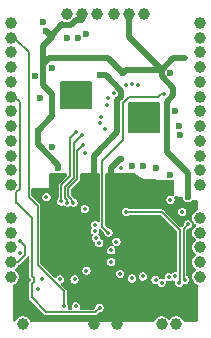
<source format=gbr>
G04 #@! TF.GenerationSoftware,KiCad,Pcbnew,9.0.4*
G04 #@! TF.CreationDate,2025-09-23T15:48:17-04:00*
G04 #@! TF.ProjectId,ESC Module,45534320-4d6f-4647-956c-652e6b696361,rev?*
G04 #@! TF.SameCoordinates,Original*
G04 #@! TF.FileFunction,Copper,L2,Inr*
G04 #@! TF.FilePolarity,Positive*
%FSLAX46Y46*%
G04 Gerber Fmt 4.6, Leading zero omitted, Abs format (unit mm)*
G04 Created by KiCad (PCBNEW 9.0.4) date 2025-09-23 15:48:17*
%MOMM*%
%LPD*%
G01*
G04 APERTURE LIST*
G04 #@! TA.AperFunction,Conductor*
%ADD10C,0.200000*%
G04 #@! TD*
G04 #@! TA.AperFunction,ComponentPad*
%ADD11C,1.000000*%
G04 #@! TD*
G04 #@! TA.AperFunction,ViaPad*
%ADD12C,0.350000*%
G04 #@! TD*
G04 #@! TA.AperFunction,ViaPad*
%ADD13C,0.600000*%
G04 #@! TD*
G04 #@! TA.AperFunction,Conductor*
%ADD14C,0.500000*%
G04 #@! TD*
G04 #@! TA.AperFunction,Conductor*
%ADD15C,0.152400*%
G04 #@! TD*
G04 APERTURE END LIST*
G04 #@! TO.N,GND*
D10*
X130000000Y-88250000D02*
X132500000Y-88250000D01*
X132500000Y-90750000D01*
X130000000Y-90750000D01*
X130000000Y-88250000D01*
G04 #@! TA.AperFunction,Conductor*
G36*
X130000000Y-88250000D02*
G01*
X132500000Y-88250000D01*
X132500000Y-90750000D01*
X130000000Y-90750000D01*
X130000000Y-88250000D01*
G37*
G04 #@! TD.AperFunction*
X124250000Y-86500000D02*
X126750000Y-86500000D01*
X126750000Y-88750000D01*
X124250000Y-88750000D01*
X124250000Y-86500000D01*
G04 #@! TA.AperFunction,Conductor*
G36*
X124250000Y-86500000D02*
G01*
X126750000Y-86500000D01*
X126750000Y-88750000D01*
X124250000Y-88750000D01*
X124250000Y-86500000D01*
G37*
G04 #@! TD.AperFunction*
G04 #@! TD*
D11*
G04 #@! TO.N,Net-(R102-Pad2)*
G04 #@! TO.C,U7*
X120000000Y-86500000D03*
G04 #@! TD*
G04 #@! TO.N,Net-(R110-Pad2)*
G04 #@! TO.C,U14*
X136000000Y-87750000D03*
G04 #@! TD*
G04 #@! TO.N,/ESC/VS1*
G04 #@! TO.C,U105*
X120000000Y-92750000D03*
G04 #@! TD*
G04 #@! TO.N,/ESC1/VS2*
G04 #@! TO.C,U108*
X136000000Y-89000000D03*
G04 #@! TD*
G04 #@! TO.N,/ESC/TELEMETRY_TX*
G04 #@! TO.C,U121*
X120000000Y-101750000D03*
G04 #@! TD*
G04 #@! TO.N,Vdrive*
G04 #@! TO.C,U18*
X126000000Y-80750000D03*
G04 #@! TD*
G04 #@! TO.N,/ESC1/NRST*
G04 #@! TO.C,U111*
X136000000Y-98000000D03*
G04 #@! TD*
G04 #@! TO.N,/ESC/VS3*
G04 #@! TO.C,U110*
X120000000Y-82750000D03*
G04 #@! TD*
G04 #@! TO.N,Net-(R112-Pad2)*
G04 #@! TO.C,U16*
X136000000Y-92750000D03*
G04 #@! TD*
G04 #@! TO.N,Net-(R103-Pad2)*
G04 #@! TO.C,U5*
X120000000Y-91500000D03*
G04 #@! TD*
G04 #@! TO.N,Net-(R111-Pad2)*
G04 #@! TO.C,U15*
X136000000Y-95250000D03*
G04 #@! TD*
G04 #@! TO.N,/ESC/SWDIO*
G04 #@! TO.C,U202*
X120000000Y-98000000D03*
G04 #@! TD*
G04 #@! TO.N,GND*
G04 #@! TO.C,U22*
X120000000Y-90250000D03*
G04 #@! TD*
G04 #@! TO.N,GND*
G04 #@! TO.C,U116*
X124750000Y-80750000D03*
G04 #@! TD*
G04 #@! TO.N,GND*
G04 #@! TO.C,U118*
X129000000Y-107000000D03*
G04 #@! TD*
G04 #@! TO.N,/ESC/TELEMETRY_RX*
G04 #@! TO.C,U122*
X120000000Y-103000000D03*
G04 #@! TD*
G04 #@! TO.N,GND*
G04 #@! TO.C,U114*
X136000000Y-91500000D03*
G04 #@! TD*
G04 #@! TO.N,VDD*
G04 #@! TO.C,U103*
X128750000Y-80750000D03*
G04 #@! TD*
G04 #@! TO.N,Net-(R108-Pad2)*
G04 #@! TO.C,U12*
X136000000Y-82750000D03*
G04 #@! TD*
G04 #@! TO.N,Net-(R105-Pad2)*
G04 #@! TO.C,U9*
X120000000Y-81500000D03*
G04 #@! TD*
G04 #@! TO.N,/ESC/VS2*
G04 #@! TO.C,U106*
X120000000Y-87750000D03*
G04 #@! TD*
G04 #@! TO.N,GND*
G04 #@! TO.C,U19*
X131250000Y-80750000D03*
G04 #@! TD*
G04 #@! TO.N,Net-(R109-Pad2)*
G04 #@! TO.C,U13*
X136000000Y-90250000D03*
G04 #@! TD*
G04 #@! TO.N,GND*
G04 #@! TO.C,U20*
X120000000Y-95250000D03*
G04 #@! TD*
G04 #@! TO.N,/ESC/PWM*
G04 #@! TO.C,U3*
X132750000Y-107000000D03*
G04 #@! TD*
G04 #@! TO.N,GND*
G04 #@! TO.C,U113*
X136000000Y-81500000D03*
G04 #@! TD*
G04 #@! TO.N,Net-(R106-Pad2)*
G04 #@! TO.C,U10*
X120000000Y-84000000D03*
G04 #@! TD*
G04 #@! TO.N,GND*
G04 #@! TO.C,U115*
X136000000Y-86500000D03*
G04 #@! TD*
G04 #@! TO.N,Vdrive*
G04 #@! TO.C,U101*
X130000000Y-80750000D03*
G04 #@! TD*
G04 #@! TO.N,Net-(R104-Pad2)*
G04 #@! TO.C,U8*
X120000000Y-89000000D03*
G04 #@! TD*
G04 #@! TO.N,/ESC/SWCLK*
G04 #@! TO.C,U201*
X120000000Y-99250000D03*
G04 #@! TD*
G04 #@! TO.N,/ESC1/TELEMETRY_TX*
G04 #@! TO.C,U119*
X136000000Y-100500000D03*
G04 #@! TD*
G04 #@! TO.N,GND*
G04 #@! TO.C,U117*
X127000000Y-107000000D03*
G04 #@! TD*
G04 #@! TO.N,/ESC1/SWDIO*
G04 #@! TO.C,U304*
X136000000Y-103000000D03*
G04 #@! TD*
G04 #@! TO.N,Net-(R107-Pad2)*
G04 #@! TO.C,U11*
X136000000Y-85250000D03*
G04 #@! TD*
G04 #@! TO.N,+3V3*
G04 #@! TO.C,U102*
X121000000Y-107000000D03*
G04 #@! TD*
G04 #@! TO.N,/ESC1/VS1*
G04 #@! TO.C,U107*
X136000000Y-84000000D03*
G04 #@! TD*
G04 #@! TO.N,VDD*
G04 #@! TO.C,U104*
X127250000Y-80750000D03*
G04 #@! TD*
G04 #@! TO.N,GND*
G04 #@! TO.C,U21*
X120000000Y-85250000D03*
G04 #@! TD*
G04 #@! TO.N,/ESC1/PWM*
G04 #@! TO.C,U4*
X134000000Y-107000000D03*
G04 #@! TD*
G04 #@! TO.N,/ESC1/TELEMETRY_RX*
G04 #@! TO.C,U120*
X136000000Y-99250000D03*
G04 #@! TD*
G04 #@! TO.N,/ESC1/VS3*
G04 #@! TO.C,U109*
X136000000Y-94000000D03*
G04 #@! TD*
G04 #@! TO.N,/ESC1/SWCLK*
G04 #@! TO.C,U303*
X136000000Y-101750000D03*
G04 #@! TD*
G04 #@! TO.N,/ESC/NRST*
G04 #@! TO.C,U112*
X120000000Y-100500000D03*
G04 #@! TD*
G04 #@! TO.N,Net-(R101-Pad2)*
G04 #@! TO.C,U6*
X120000000Y-94000000D03*
G04 #@! TD*
D12*
G04 #@! TO.N,GND*
X131750000Y-88750000D03*
X131750000Y-89500000D03*
X131750000Y-90250000D03*
X124500000Y-88250000D03*
X124500000Y-87500000D03*
X124500000Y-86750000D03*
X125000000Y-86750000D03*
X125000000Y-87500000D03*
X125000000Y-88250000D03*
X126500000Y-88250000D03*
X125500000Y-88250000D03*
X126000000Y-88250000D03*
X126500000Y-87500000D03*
X126000000Y-87500000D03*
X126500000Y-86750000D03*
X126000000Y-86750000D03*
X121500000Y-103250000D03*
X128500000Y-106250000D03*
X126500000Y-106500000D03*
X129250000Y-106250000D03*
X130750000Y-100750000D03*
X131500000Y-98750000D03*
X128580123Y-102397267D03*
X132250000Y-99750000D03*
D13*
X127500000Y-85925000D03*
D12*
X130750000Y-106250000D03*
X124250000Y-106500000D03*
X123750000Y-98750000D03*
D13*
X129278600Y-93000000D03*
D12*
X132250000Y-100750000D03*
X125250000Y-100750000D03*
X130750000Y-88750000D03*
X131250000Y-90250000D03*
X131500000Y-100750000D03*
X130750000Y-98750000D03*
X129547673Y-96952945D03*
X123750000Y-100750000D03*
X124000000Y-94500000D03*
X125250000Y-99750000D03*
X126250000Y-103000000D03*
X124500000Y-100750000D03*
X130750000Y-90250000D03*
X125500000Y-86750000D03*
X131250000Y-88750000D03*
X120500000Y-106000000D03*
X133000000Y-99750000D03*
X123000000Y-100750000D03*
X129906995Y-94980566D03*
X131250000Y-89500000D03*
X131500000Y-99750000D03*
X135000000Y-106250000D03*
X121000000Y-105750000D03*
X123000000Y-99750000D03*
X124500000Y-99750000D03*
X125500000Y-87500000D03*
X131500000Y-106250000D03*
X130000000Y-105750000D03*
X123750000Y-99750000D03*
X125000000Y-106500000D03*
X124500000Y-98750000D03*
X123500000Y-95000000D03*
X135000000Y-105750000D03*
X132250000Y-98750000D03*
X123000000Y-98750000D03*
X130750000Y-99750000D03*
X133000000Y-100750000D03*
X123500000Y-96500000D03*
X130750000Y-89500000D03*
X126500000Y-105500000D03*
X122750000Y-106500000D03*
X135500000Y-96750000D03*
X125250000Y-98750000D03*
X130000000Y-106250000D03*
X131500000Y-105750000D03*
X130750000Y-105750000D03*
X129250000Y-105750000D03*
X125750000Y-106500000D03*
X133500000Y-95500000D03*
X123500000Y-106500000D03*
X128500000Y-105750000D03*
X133000000Y-98750000D03*
G04 #@! TO.N,+3V3*
X134500000Y-97500000D03*
X124141995Y-103219873D03*
X126250000Y-97250000D03*
X129250000Y-102750000D03*
X122250000Y-104000000D03*
G04 #@! TO.N,/ESC/VS1*
X127485027Y-100139912D03*
X123000000Y-96250000D03*
G04 #@! TO.N,/ESC/VS2*
X127500000Y-105625000D03*
G04 #@! TO.N,/ESC/VS3*
X124500000Y-105500000D03*
D13*
G04 #@! TO.N,/ESC1/VS1*
X133500462Y-85750462D03*
D12*
X133000000Y-87500000D03*
X128250000Y-99250000D03*
G04 #@! TO.N,/ESC1/VS2*
X129352387Y-93750000D03*
D13*
G04 #@! TO.N,/ESC1/VS3*
X133491320Y-94365123D03*
X134352400Y-91006523D03*
G04 #@! TO.N,Vdrive*
X129487600Y-85750000D03*
D12*
X134750000Y-84500000D03*
D13*
X122250000Y-90675000D03*
X124000000Y-93750000D03*
X135000000Y-96250000D03*
X123000000Y-82175000D03*
D12*
G04 #@! TO.N,/ESC/COMP*
X125391995Y-103219873D03*
X125500000Y-105500000D03*
G04 #@! TO.N,/ESC1/BOOT0*
X134750000Y-103250000D03*
X134986995Y-98564873D03*
D13*
G04 #@! TO.N,/ESC/HO2*
X122028600Y-86000000D03*
X122471155Y-87850001D03*
G04 #@! TO.N,/ESC/HO3*
X123503663Y-85287256D03*
X122738680Y-81469436D03*
G04 #@! TO.N,/ESC1/HO2*
X133893181Y-88991138D03*
X134230278Y-90234123D03*
D12*
G04 #@! TO.N,/ESC/GATE_CH*
X126125000Y-91875000D03*
X125296995Y-96719873D03*
G04 #@! TO.N,/ESC/GATE_AH*
X125500000Y-90750000D03*
X124257184Y-96616911D03*
G04 #@! TO.N,/ESC/GATE_AL*
X127141995Y-98599870D03*
X126250000Y-92500000D03*
G04 #@! TO.N,/ESC/GATE_BH*
X126000000Y-91000000D03*
X124771992Y-96719873D03*
G04 #@! TO.N,/ESC/GATE_BL*
X128103558Y-88455413D03*
X127141995Y-99124873D03*
G04 #@! TO.N,/ESC/GATE_CL*
X127191084Y-99704912D03*
X128250000Y-87875000D03*
G04 #@! TO.N,/ESC/NRST*
X122641995Y-103219873D03*
G04 #@! TO.N,VDD*
X128000000Y-90500000D03*
G04 #@! TO.N,/ESC1/NRST*
X133500000Y-96469873D03*
G04 #@! TO.N,/ESC1/GATE_AL*
X128717995Y-87477531D03*
X128500000Y-101750000D03*
G04 #@! TO.N,/ESC1/GATE_AH*
X132250000Y-103250000D03*
X130780186Y-86774008D03*
G04 #@! TO.N,/ESC1/SWDIO*
X133355527Y-103035534D03*
G04 #@! TO.N,/ESC1/GATE_BH*
X130267442Y-86661220D03*
X131166998Y-102969873D03*
G04 #@! TO.N,/ESC1/GATE_BL*
X128500000Y-100750000D03*
X127666166Y-89440004D03*
G04 #@! TO.N,/ESC1/GATE_CH*
X129750000Y-86750000D03*
X130250000Y-103140447D03*
G04 #@! TO.N,/ESC1/SWCLK*
X133891995Y-102969873D03*
G04 #@! TO.N,/ESC1/GATE_CL*
X127554896Y-89953080D03*
X128927200Y-100029668D03*
G04 #@! TO.N,Net-(U203-PA2)*
X132750000Y-103500000D03*
X126391995Y-102469873D03*
G04 #@! TO.N,Net-(U305-PA2)*
X129750000Y-97500000D03*
X134250000Y-103500000D03*
D13*
G04 #@! TO.N,Net-(R101-Pad2)*
X124750000Y-82750000D03*
G04 #@! TO.N,Net-(R103-Pad2)*
X123500000Y-92000000D03*
G04 #@! TO.N,Net-(R104-Pad2)*
X125698341Y-82774468D03*
G04 #@! TO.N,Net-(R106-Pad2)*
X126378328Y-82452400D03*
G04 #@! TO.N,Net-(R108-Pad2)*
X132240800Y-93749493D03*
G04 #@! TO.N,Net-(R110-Pad2)*
X131221088Y-93628320D03*
G04 #@! TO.N,Net-(R112-Pad2)*
X130221339Y-93630016D03*
D12*
G04 #@! TO.N,/ESC/TELEMETRY_TX*
X120750000Y-100000000D03*
G04 #@! TO.N,/ESC/TELEMETRY_RX*
X120750000Y-101000000D03*
G04 #@! TD*
D14*
G04 #@! TO.N,GND*
X129318995Y-87228588D02*
X129318995Y-87752749D01*
X127500000Y-85925000D02*
X128015407Y-85925000D01*
X128015407Y-85925000D02*
X129318995Y-87228588D01*
X129000000Y-90750000D02*
X127000000Y-92750000D01*
X127000000Y-92750000D02*
X127000000Y-94750000D01*
X128500000Y-93752444D02*
X128500000Y-95500000D01*
X129000000Y-88071744D02*
X129000000Y-90750000D01*
X129252444Y-93000000D02*
X128500000Y-93752444D01*
X129318995Y-87752749D02*
X129000000Y-88071744D01*
X129278600Y-93000000D02*
X129252444Y-93000000D01*
D15*
G04 #@! TO.N,/ESC/VS2*
X120729600Y-88202400D02*
X120729600Y-95552211D01*
X127125000Y-106000000D02*
X127500000Y-105625000D01*
X120500000Y-96750000D02*
X121750000Y-98000000D01*
X123000000Y-106000000D02*
X127125000Y-106000000D01*
X121750000Y-102895847D02*
X121927200Y-103073047D01*
X121927200Y-103073047D02*
X121927200Y-103426953D01*
X120729600Y-95552211D02*
X120464795Y-95817016D01*
X120464795Y-95817016D02*
X120464795Y-96750000D01*
X121750000Y-104750000D02*
X123000000Y-106000000D01*
X120464795Y-96750000D02*
X120500000Y-96750000D01*
X121750000Y-98000000D02*
X121750000Y-102895847D01*
X120277200Y-87750000D02*
X120729600Y-88202400D01*
X121927200Y-103426953D02*
X121750000Y-103604153D01*
X121750000Y-103604153D02*
X121750000Y-104750000D01*
G04 #@! TO.N,/ESC/VS3*
X121500000Y-96224997D02*
X121500000Y-83972800D01*
X122250000Y-96974997D02*
X121500000Y-96224997D01*
X122250000Y-101973725D02*
X122250000Y-96974997D01*
X124500000Y-105500000D02*
X124500000Y-104223725D01*
X124500000Y-104223725D02*
X122250000Y-101973725D01*
X121500000Y-83972800D02*
X120277200Y-82750000D01*
G04 #@! TO.N,/ESC1/VS1*
X132742729Y-87492729D02*
X132485458Y-87750000D01*
X127750000Y-93182466D02*
X127750000Y-98750000D01*
X132750000Y-87500000D02*
X132742729Y-87492729D01*
X133000000Y-87500000D02*
X132750000Y-87500000D01*
X129500000Y-88250000D02*
X129500000Y-91432466D01*
X130000000Y-87750000D02*
X129500000Y-88250000D01*
X127750000Y-98750000D02*
X128250000Y-99250000D01*
X132485458Y-87750000D02*
X130000000Y-87750000D01*
X129500000Y-91432466D02*
X127750000Y-93182466D01*
D14*
G04 #@! TO.N,Vdrive*
X125527601Y-81250000D02*
X125124201Y-81653400D01*
X122250000Y-91750000D02*
X122250000Y-90675000D01*
X130000000Y-81250000D02*
X130000000Y-82737600D01*
X124375799Y-81653400D02*
X124361199Y-81638801D01*
X123500000Y-89425000D02*
X123500000Y-87500000D01*
X123500000Y-82500000D02*
X123500000Y-82675000D01*
X132750000Y-85994758D02*
X132750000Y-85487600D01*
X133189781Y-88160162D02*
X133750000Y-87599943D01*
X135000000Y-96250000D02*
X135000000Y-94250000D01*
X128237600Y-84500000D02*
X123250000Y-84500000D01*
X133737600Y-84500000D02*
X134750000Y-84500000D01*
X133189781Y-92439781D02*
X133189781Y-88160162D01*
X129750000Y-85487600D02*
X129487600Y-85750000D01*
X123250000Y-84500000D02*
X122750000Y-85000000D01*
X122750000Y-85000000D02*
X122750000Y-86750000D01*
X122750000Y-85000000D02*
X122750000Y-83425000D01*
X125124201Y-81653400D02*
X124375799Y-81653400D01*
X123500000Y-82675000D02*
X123000000Y-82175000D01*
X135000000Y-94250000D02*
X133189781Y-92439781D01*
X132750000Y-85487600D02*
X129750000Y-85487600D01*
X132750000Y-85487600D02*
X133737600Y-84500000D01*
X124000000Y-93500000D02*
X122250000Y-91750000D01*
X133750000Y-87599943D02*
X133750000Y-86994758D01*
X124000000Y-93750000D02*
X124000000Y-93500000D01*
X129487600Y-85750000D02*
X128237600Y-84500000D01*
X133750000Y-86994758D02*
X132750000Y-85994758D01*
X122750000Y-86750000D02*
X123500000Y-87500000D01*
X122250000Y-90675000D02*
X123500000Y-89425000D01*
X124361199Y-81638801D02*
X123500000Y-82500000D01*
X126000000Y-81250000D02*
X125527601Y-81250000D01*
X122750000Y-83425000D02*
X123500000Y-82675000D01*
X130000000Y-82737600D02*
X132750000Y-85487600D01*
D15*
G04 #@! TO.N,/ESC1/BOOT0*
X134624995Y-103124995D02*
X134750000Y-103250000D01*
X134624995Y-98926873D02*
X134624995Y-103124995D01*
X134986995Y-98564873D02*
X134624995Y-98926873D01*
G04 #@! TO.N,/ESC/GATE_CH*
X124868784Y-96186317D02*
X125077792Y-96395326D01*
X125199192Y-96542920D02*
X125199192Y-96622070D01*
X124868784Y-95496148D02*
X124868784Y-96186317D01*
X126125000Y-91875000D02*
X125611600Y-92388400D01*
X125611600Y-94753332D02*
X124868784Y-95496148D01*
X125077792Y-96421520D02*
X125199192Y-96542920D01*
X125077792Y-96395326D02*
X125077792Y-96421520D01*
X125199192Y-96622070D02*
X125296995Y-96719873D01*
X125611600Y-92388400D02*
X125611600Y-94753332D01*
G04 #@! TO.N,/ESC/GATE_AH*
X125000000Y-94500000D02*
X125000000Y-91250000D01*
X125000000Y-94500000D02*
X124257184Y-95242816D01*
X124257184Y-95242816D02*
X124257184Y-96616911D01*
X125000000Y-91250000D02*
X125500000Y-90750000D01*
G04 #@! TO.N,/ESC/GATE_BH*
X124562984Y-96312984D02*
X124771992Y-96521992D01*
X124771992Y-96521992D02*
X124771992Y-96719873D01*
X125305800Y-91694200D02*
X125305800Y-94626666D01*
X126000000Y-91000000D02*
X125305800Y-91694200D01*
X125305800Y-94626666D02*
X124562984Y-95369482D01*
X124562984Y-95369482D02*
X124562984Y-96312984D01*
G04 #@! TO.N,Net-(U305-PA2)*
X132750000Y-97500000D02*
X129750000Y-97500000D01*
X134250000Y-103500000D02*
X134319195Y-103430805D01*
X134319195Y-103430805D02*
X134319195Y-99069195D01*
X134319195Y-99069195D02*
X132750000Y-97500000D01*
G04 #@! TO.N,/ESC/TELEMETRY_TX*
X120750000Y-100000000D02*
X121177200Y-100427200D01*
X120604153Y-101750000D02*
X120277200Y-101750000D01*
X121177200Y-100427200D02*
X121177200Y-101176953D01*
X121177200Y-101176953D02*
X120604153Y-101750000D01*
G04 #@! TD*
G04 #@! TA.AperFunction,Conductor*
G04 #@! TO.N,GND*
G36*
X124744038Y-94267593D02*
G01*
X124769758Y-94312142D01*
X124770900Y-94325200D01*
X124770900Y-94373954D01*
X124753307Y-94422292D01*
X124748874Y-94427128D01*
X124062963Y-95113038D01*
X124038299Y-95172580D01*
X124038299Y-95172582D01*
X124032868Y-95185695D01*
X124028084Y-95197246D01*
X124028084Y-96319181D01*
X124010491Y-96367519D01*
X124006058Y-96372355D01*
X123976718Y-96401694D01*
X123930569Y-96481624D01*
X123924398Y-96504656D01*
X123906684Y-96570767D01*
X123906684Y-96663055D01*
X123930570Y-96752199D01*
X123976715Y-96832123D01*
X123976716Y-96832124D01*
X123976718Y-96832127D01*
X124041967Y-96897376D01*
X124041969Y-96897377D01*
X124041972Y-96897380D01*
X124121896Y-96943525D01*
X124211040Y-96967411D01*
X124211043Y-96967411D01*
X124303325Y-96967411D01*
X124303328Y-96967411D01*
X124392472Y-96943525D01*
X124410645Y-96933032D01*
X124461299Y-96924098D01*
X124501419Y-96944982D01*
X124556775Y-97000338D01*
X124556777Y-97000339D01*
X124556780Y-97000342D01*
X124636704Y-97046487D01*
X124725848Y-97070373D01*
X124725851Y-97070373D01*
X124818133Y-97070373D01*
X124818136Y-97070373D01*
X124907280Y-97046487D01*
X124987204Y-97000342D01*
X124987210Y-97000335D01*
X124988707Y-96999188D01*
X124989796Y-96998844D01*
X124991472Y-96997877D01*
X124991686Y-96998248D01*
X125037764Y-96983713D01*
X125077370Y-96998127D01*
X125077515Y-96997877D01*
X125078934Y-96998696D01*
X125080274Y-96999184D01*
X125081778Y-97000338D01*
X125081780Y-97000339D01*
X125081783Y-97000342D01*
X125161707Y-97046487D01*
X125250851Y-97070373D01*
X125250854Y-97070373D01*
X125343136Y-97070373D01*
X125343139Y-97070373D01*
X125432283Y-97046487D01*
X125512207Y-97000342D01*
X125577464Y-96935085D01*
X125623609Y-96855161D01*
X125647495Y-96766017D01*
X125647495Y-96673729D01*
X125623609Y-96584585D01*
X125577464Y-96504661D01*
X125577461Y-96504658D01*
X125577460Y-96504656D01*
X125512211Y-96439407D01*
X125512208Y-96439405D01*
X125512207Y-96439404D01*
X125432283Y-96393259D01*
X125432280Y-96393258D01*
X125432275Y-96393256D01*
X125371482Y-96376966D01*
X125364530Y-96372952D01*
X125359165Y-96372483D01*
X125337772Y-96357503D01*
X125301113Y-96320844D01*
X125284810Y-96296444D01*
X125281732Y-96289013D01*
X125279354Y-96283273D01*
X125272014Y-96265552D01*
X125196837Y-96190375D01*
X125119909Y-96113446D01*
X125098170Y-96066826D01*
X125097884Y-96060272D01*
X125097884Y-95622192D01*
X125115477Y-95573854D01*
X125119910Y-95569018D01*
X125805821Y-94883107D01*
X125817146Y-94855766D01*
X125840700Y-94798903D01*
X125840700Y-94325200D01*
X125858293Y-94276862D01*
X125902842Y-94251142D01*
X125915900Y-94250000D01*
X127445700Y-94250000D01*
X127494038Y-94267593D01*
X127519758Y-94312142D01*
X127520900Y-94325200D01*
X127520900Y-98301545D01*
X127503307Y-98349883D01*
X127458758Y-98375603D01*
X127408100Y-98366670D01*
X127392526Y-98354719D01*
X127357211Y-98319404D01*
X127357208Y-98319402D01*
X127357207Y-98319401D01*
X127277283Y-98273256D01*
X127277282Y-98273255D01*
X127277281Y-98273255D01*
X127244651Y-98264512D01*
X127188139Y-98249370D01*
X127095851Y-98249370D01*
X127049197Y-98261870D01*
X127006708Y-98273255D01*
X126926778Y-98319404D01*
X126861529Y-98384653D01*
X126815380Y-98464583D01*
X126803979Y-98507135D01*
X126791495Y-98553726D01*
X126791495Y-98646014D01*
X126815381Y-98735158D01*
X126861526Y-98815082D01*
X126861527Y-98815083D01*
X126861529Y-98815086D01*
X126862689Y-98816598D01*
X126863033Y-98817692D01*
X126863991Y-98819350D01*
X126863623Y-98819562D01*
X126878152Y-98865659D01*
X126863742Y-98905248D01*
X126863990Y-98905392D01*
X126863178Y-98906797D01*
X126862688Y-98908145D01*
X126861526Y-98909659D01*
X126815381Y-98989583D01*
X126815381Y-98989585D01*
X126791495Y-99078729D01*
X126791495Y-99171017D01*
X126815381Y-99260161D01*
X126861526Y-99340085D01*
X126861527Y-99340086D01*
X126861529Y-99340089D01*
X126907702Y-99386262D01*
X126929442Y-99432882D01*
X126916128Y-99482569D01*
X126913504Y-99485700D01*
X126913617Y-99485787D01*
X126910619Y-99489694D01*
X126910616Y-99489698D01*
X126910615Y-99489700D01*
X126887079Y-99530465D01*
X126864469Y-99569625D01*
X126856197Y-99600500D01*
X126840584Y-99658768D01*
X126840584Y-99751056D01*
X126855610Y-99807135D01*
X126861359Y-99828592D01*
X126864470Y-99840200D01*
X126910615Y-99920124D01*
X126910616Y-99920125D01*
X126910618Y-99920128D01*
X126975867Y-99985377D01*
X126975869Y-99985378D01*
X126975872Y-99985381D01*
X127055796Y-100031526D01*
X127078790Y-100037687D01*
X127120927Y-100067192D01*
X127134527Y-100110325D01*
X127134527Y-100186056D01*
X127158413Y-100275200D01*
X127204558Y-100355124D01*
X127204559Y-100355125D01*
X127204561Y-100355128D01*
X127269810Y-100420377D01*
X127269812Y-100420378D01*
X127269815Y-100420381D01*
X127349739Y-100466526D01*
X127438883Y-100490412D01*
X127438886Y-100490412D01*
X127531168Y-100490412D01*
X127531171Y-100490412D01*
X127620315Y-100466526D01*
X127700239Y-100420381D01*
X127765496Y-100355124D01*
X127811641Y-100275200D01*
X127835527Y-100186056D01*
X127835527Y-100093768D01*
X127811641Y-100004624D01*
X127765496Y-99924700D01*
X127765493Y-99924697D01*
X127765492Y-99924695D01*
X127700243Y-99859446D01*
X127700240Y-99859444D01*
X127700239Y-99859443D01*
X127620315Y-99813298D01*
X127620312Y-99813297D01*
X127620308Y-99813295D01*
X127597319Y-99807135D01*
X127555183Y-99777629D01*
X127541584Y-99734498D01*
X127541584Y-99658770D01*
X127541584Y-99658768D01*
X127517698Y-99569624D01*
X127471553Y-99489700D01*
X127471550Y-99489697D01*
X127471549Y-99489695D01*
X127425375Y-99443521D01*
X127403635Y-99396901D01*
X127416949Y-99347214D01*
X127419578Y-99344086D01*
X127419462Y-99343997D01*
X127422457Y-99340091D01*
X127422464Y-99340085D01*
X127468609Y-99260161D01*
X127492495Y-99171017D01*
X127492495Y-99078729D01*
X127469146Y-98991590D01*
X127473630Y-98940349D01*
X127510003Y-98903976D01*
X127561247Y-98899492D01*
X127594958Y-98918955D01*
X127877474Y-99201470D01*
X127899214Y-99248091D01*
X127899500Y-99254645D01*
X127899500Y-99296144D01*
X127923386Y-99385288D01*
X127969531Y-99465212D01*
X127969532Y-99465213D01*
X127969534Y-99465216D01*
X128034783Y-99530465D01*
X128034785Y-99530466D01*
X128034788Y-99530469D01*
X128114712Y-99576614D01*
X128203856Y-99600500D01*
X128203859Y-99600500D01*
X128296141Y-99600500D01*
X128296144Y-99600500D01*
X128385288Y-99576614D01*
X128465212Y-99530469D01*
X128530469Y-99465212D01*
X128576614Y-99385288D01*
X128600500Y-99296144D01*
X128600500Y-99203856D01*
X128576614Y-99114712D01*
X128530469Y-99034788D01*
X128530466Y-99034785D01*
X128530465Y-99034783D01*
X128465216Y-98969534D01*
X128465213Y-98969532D01*
X128465212Y-98969531D01*
X128385288Y-98923386D01*
X128385287Y-98923385D01*
X128385286Y-98923385D01*
X128352656Y-98914642D01*
X128296144Y-98899500D01*
X128296141Y-98899500D01*
X128254645Y-98899500D01*
X128206307Y-98881907D01*
X128201470Y-98877474D01*
X128001125Y-98677128D01*
X127979386Y-98630508D01*
X127979100Y-98623954D01*
X127979100Y-97453856D01*
X129399500Y-97453856D01*
X129399500Y-97546144D01*
X129423386Y-97635288D01*
X129469531Y-97715212D01*
X129469532Y-97715213D01*
X129469534Y-97715216D01*
X129534783Y-97780465D01*
X129534785Y-97780466D01*
X129534788Y-97780469D01*
X129614712Y-97826614D01*
X129703856Y-97850500D01*
X129703859Y-97850500D01*
X129796141Y-97850500D01*
X129796144Y-97850500D01*
X129885288Y-97826614D01*
X129965212Y-97780469D01*
X129994555Y-97751125D01*
X130041174Y-97729386D01*
X130047729Y-97729100D01*
X132623955Y-97729100D01*
X132672293Y-97746693D01*
X132677129Y-97751126D01*
X134068069Y-99142065D01*
X134089809Y-99188685D01*
X134090095Y-99195239D01*
X134090095Y-102562087D01*
X134072502Y-102610425D01*
X134027953Y-102636145D01*
X133995433Y-102634725D01*
X133938139Y-102619373D01*
X133845851Y-102619373D01*
X133799197Y-102631873D01*
X133756708Y-102643258D01*
X133707789Y-102671501D01*
X133693896Y-102679524D01*
X133676780Y-102689406D01*
X133637142Y-102729044D01*
X133590521Y-102750783D01*
X133546368Y-102740994D01*
X133490815Y-102708920D01*
X133471923Y-102703858D01*
X133401671Y-102685034D01*
X133309383Y-102685034D01*
X133262729Y-102697534D01*
X133220240Y-102708919D01*
X133157195Y-102745319D01*
X133141024Y-102754656D01*
X133140310Y-102755068D01*
X133075061Y-102820317D01*
X133028912Y-102900247D01*
X133018420Y-102939407D01*
X133005027Y-102989390D01*
X133005027Y-102989392D01*
X133005027Y-103081677D01*
X133009023Y-103096593D01*
X133004538Y-103147837D01*
X132968164Y-103184209D01*
X132916920Y-103188691D01*
X132898789Y-103181181D01*
X132885288Y-103173386D01*
X132885287Y-103173385D01*
X132885286Y-103173385D01*
X132852656Y-103164642D01*
X132796144Y-103149500D01*
X132703856Y-103149500D01*
X132665994Y-103159644D01*
X132614750Y-103155159D01*
X132578378Y-103118785D01*
X132577056Y-103115780D01*
X132576615Y-103114717D01*
X132576614Y-103114712D01*
X132530469Y-103034788D01*
X132530466Y-103034785D01*
X132530465Y-103034783D01*
X132465216Y-102969534D01*
X132465213Y-102969532D01*
X132465212Y-102969531D01*
X132385288Y-102923386D01*
X132385287Y-102923385D01*
X132385286Y-102923385D01*
X132352656Y-102914642D01*
X132296144Y-102899500D01*
X132203856Y-102899500D01*
X132157202Y-102912000D01*
X132114713Y-102923385D01*
X132034783Y-102969534D01*
X131969534Y-103034783D01*
X131923385Y-103114713D01*
X131911182Y-103160258D01*
X131899500Y-103203856D01*
X131899500Y-103296144D01*
X131909123Y-103332056D01*
X131915313Y-103355161D01*
X131923386Y-103385288D01*
X131969531Y-103465212D01*
X131969532Y-103465213D01*
X131969534Y-103465216D01*
X132034783Y-103530465D01*
X132034785Y-103530466D01*
X132034788Y-103530469D01*
X132114712Y-103576614D01*
X132203856Y-103600500D01*
X132203859Y-103600500D01*
X132296141Y-103600500D01*
X132296144Y-103600500D01*
X132334005Y-103590355D01*
X132385247Y-103594839D01*
X132421620Y-103631212D01*
X132422941Y-103634213D01*
X132423385Y-103635285D01*
X132423386Y-103635288D01*
X132469531Y-103715212D01*
X132469532Y-103715213D01*
X132469534Y-103715216D01*
X132534783Y-103780465D01*
X132534785Y-103780466D01*
X132534788Y-103780469D01*
X132614712Y-103826614D01*
X132703856Y-103850500D01*
X132703859Y-103850500D01*
X132796141Y-103850500D01*
X132796144Y-103850500D01*
X132885288Y-103826614D01*
X132965212Y-103780469D01*
X133030469Y-103715212D01*
X133076614Y-103635288D01*
X133100500Y-103546144D01*
X133100500Y-103453856D01*
X133096503Y-103438939D01*
X133100987Y-103387698D01*
X133137360Y-103351325D01*
X133188604Y-103346841D01*
X133206737Y-103354352D01*
X133220239Y-103362148D01*
X133309383Y-103386034D01*
X133309386Y-103386034D01*
X133401668Y-103386034D01*
X133401671Y-103386034D01*
X133490815Y-103362148D01*
X133570739Y-103316003D01*
X133610379Y-103276362D01*
X133656998Y-103254623D01*
X133701151Y-103264411D01*
X133756707Y-103296487D01*
X133845851Y-103320373D01*
X133845861Y-103320373D01*
X133847199Y-103320550D01*
X133847925Y-103320928D01*
X133850612Y-103321648D01*
X133850452Y-103322243D01*
X133892828Y-103344299D01*
X133912516Y-103391822D01*
X133910026Y-103414568D01*
X133899500Y-103453856D01*
X133899500Y-103546144D01*
X133908195Y-103578593D01*
X133923100Y-103634223D01*
X133923386Y-103635288D01*
X133969531Y-103715212D01*
X133969532Y-103715213D01*
X133969534Y-103715216D01*
X134034783Y-103780465D01*
X134034785Y-103780466D01*
X134034788Y-103780469D01*
X134114712Y-103826614D01*
X134203856Y-103850500D01*
X134203859Y-103850500D01*
X134296141Y-103850500D01*
X134296144Y-103850500D01*
X134385288Y-103826614D01*
X134465212Y-103780469D01*
X134530469Y-103715212D01*
X134576614Y-103635288D01*
X134576616Y-103635277D01*
X134577054Y-103634223D01*
X134577524Y-103633708D01*
X134579078Y-103631019D01*
X134579674Y-103631363D01*
X134611802Y-103596294D01*
X134662801Y-103589574D01*
X134665975Y-103590350D01*
X134703856Y-103600500D01*
X134703859Y-103600500D01*
X134796141Y-103600500D01*
X134796144Y-103600500D01*
X134885288Y-103576614D01*
X134965212Y-103530469D01*
X135030469Y-103465212D01*
X135076614Y-103385288D01*
X135100500Y-103296144D01*
X135100500Y-103203856D01*
X135076614Y-103114712D01*
X135030469Y-103034788D01*
X135030466Y-103034785D01*
X135030465Y-103034783D01*
X134965216Y-102969534D01*
X134965213Y-102969532D01*
X134965212Y-102969531D01*
X134891693Y-102927084D01*
X134858630Y-102887679D01*
X134854095Y-102861960D01*
X134854095Y-99052918D01*
X134859710Y-99037490D01*
X134861141Y-99021137D01*
X134870555Y-99007692D01*
X134871688Y-99004580D01*
X134876121Y-98999744D01*
X134938466Y-98937399D01*
X134985086Y-98915659D01*
X134991640Y-98915373D01*
X135033136Y-98915373D01*
X135033139Y-98915373D01*
X135122283Y-98891487D01*
X135202207Y-98845342D01*
X135267464Y-98780085D01*
X135313609Y-98700161D01*
X135337495Y-98611017D01*
X135337495Y-98518729D01*
X135313609Y-98429585D01*
X135267464Y-98349661D01*
X135267461Y-98349658D01*
X135267460Y-98349656D01*
X135202211Y-98284407D01*
X135202208Y-98284405D01*
X135202207Y-98284404D01*
X135122283Y-98238259D01*
X135122282Y-98238258D01*
X135122281Y-98238258D01*
X135089651Y-98229515D01*
X135033139Y-98214373D01*
X134940851Y-98214373D01*
X134894197Y-98226873D01*
X134851708Y-98238258D01*
X134771778Y-98284407D01*
X134706529Y-98349656D01*
X134660380Y-98429586D01*
X134651003Y-98464583D01*
X134636495Y-98518729D01*
X134636495Y-98518731D01*
X134636495Y-98560228D01*
X134618902Y-98608566D01*
X134614479Y-98613391D01*
X134527712Y-98700159D01*
X134454107Y-98773764D01*
X134407487Y-98795503D01*
X134357800Y-98782189D01*
X134347759Y-98773763D01*
X133076099Y-97502101D01*
X133027854Y-97453856D01*
X134149500Y-97453856D01*
X134149500Y-97546144D01*
X134173386Y-97635288D01*
X134219531Y-97715212D01*
X134219532Y-97715213D01*
X134219534Y-97715216D01*
X134284783Y-97780465D01*
X134284785Y-97780466D01*
X134284788Y-97780469D01*
X134364712Y-97826614D01*
X134453856Y-97850500D01*
X134453859Y-97850500D01*
X134546141Y-97850500D01*
X134546144Y-97850500D01*
X134635288Y-97826614D01*
X134715212Y-97780469D01*
X134780469Y-97715212D01*
X134826614Y-97635288D01*
X134850500Y-97546144D01*
X134850500Y-97453856D01*
X134826614Y-97364712D01*
X134780469Y-97284788D01*
X134780466Y-97284785D01*
X134780465Y-97284783D01*
X134715216Y-97219534D01*
X134715213Y-97219532D01*
X134715212Y-97219531D01*
X134635288Y-97173386D01*
X134635287Y-97173385D01*
X134635286Y-97173385D01*
X134602656Y-97164642D01*
X134546144Y-97149500D01*
X134453856Y-97149500D01*
X134407202Y-97162000D01*
X134364713Y-97173385D01*
X134284783Y-97219534D01*
X134219534Y-97284783D01*
X134219531Y-97284787D01*
X134219531Y-97284788D01*
X134209785Y-97301668D01*
X134173385Y-97364713D01*
X134165114Y-97395583D01*
X134149500Y-97453856D01*
X133027854Y-97453856D01*
X132879780Y-97305782D01*
X132879777Y-97305780D01*
X132879775Y-97305778D01*
X132820233Y-97281115D01*
X132820232Y-97281114D01*
X132795573Y-97270900D01*
X132795571Y-97270900D01*
X130047729Y-97270900D01*
X129999391Y-97253307D01*
X129994565Y-97248884D01*
X129965212Y-97219531D01*
X129885288Y-97173386D01*
X129885287Y-97173385D01*
X129885286Y-97173385D01*
X129852656Y-97164642D01*
X129796144Y-97149500D01*
X129703856Y-97149500D01*
X129657202Y-97162000D01*
X129614713Y-97173385D01*
X129534783Y-97219534D01*
X129469534Y-97284783D01*
X129469531Y-97284787D01*
X129469531Y-97284788D01*
X129459785Y-97301668D01*
X129423385Y-97364713D01*
X129415114Y-97395583D01*
X129399500Y-97453856D01*
X127979100Y-97453856D01*
X127979100Y-94325200D01*
X127996693Y-94276862D01*
X128041242Y-94251142D01*
X128054300Y-94250000D01*
X130477232Y-94250000D01*
X130518945Y-94262630D01*
X131250000Y-94750000D01*
X133279265Y-94776724D01*
X133311786Y-94785669D01*
X133311951Y-94785272D01*
X133315135Y-94786591D01*
X133315876Y-94786794D01*
X133316507Y-94787159D01*
X133431695Y-94818023D01*
X133431698Y-94818023D01*
X133550943Y-94818023D01*
X133550945Y-94818023D01*
X133666133Y-94787159D01*
X133666135Y-94787157D01*
X133667978Y-94786664D01*
X133668323Y-94786383D01*
X133670121Y-94786090D01*
X133670895Y-94785883D01*
X133670915Y-94785960D01*
X133694097Y-94782187D01*
X133731338Y-94782678D01*
X133779437Y-94800904D01*
X133804569Y-94845787D01*
X133805529Y-94856288D01*
X133832227Y-96125140D01*
X133815655Y-96173837D01*
X133771657Y-96200488D01*
X133720822Y-96192624D01*
X133719444Y-96191847D01*
X133635288Y-96143259D01*
X133635284Y-96143258D01*
X133546144Y-96119373D01*
X133453856Y-96119373D01*
X133407202Y-96131873D01*
X133364713Y-96143258D01*
X133284783Y-96189407D01*
X133219534Y-96254656D01*
X133173385Y-96334586D01*
X133162030Y-96376966D01*
X133149500Y-96423729D01*
X133149500Y-96516017D01*
X133161859Y-96562142D01*
X133170744Y-96595303D01*
X133173386Y-96605161D01*
X133219531Y-96685085D01*
X133219532Y-96685086D01*
X133219534Y-96685089D01*
X133284783Y-96750338D01*
X133284785Y-96750339D01*
X133284788Y-96750342D01*
X133364712Y-96796487D01*
X133453856Y-96820373D01*
X133453859Y-96820373D01*
X133546141Y-96820373D01*
X133546144Y-96820373D01*
X133635288Y-96796487D01*
X133715212Y-96750342D01*
X133780469Y-96685085D01*
X133826614Y-96605161D01*
X133850500Y-96516017D01*
X133850500Y-96423729D01*
X133826614Y-96334585D01*
X133814577Y-96313737D01*
X133805644Y-96263082D01*
X133831363Y-96218533D01*
X133879700Y-96200938D01*
X133881908Y-96200970D01*
X134474180Y-96218917D01*
X134521960Y-96237966D01*
X134546319Y-96283273D01*
X134547100Y-96294082D01*
X134547100Y-96309625D01*
X134571771Y-96401699D01*
X134577964Y-96424813D01*
X134577964Y-96424814D01*
X134637589Y-96528087D01*
X134721912Y-96612410D01*
X134734882Y-96619898D01*
X134825187Y-96672036D01*
X134940375Y-96702900D01*
X134940378Y-96702900D01*
X135059622Y-96702900D01*
X135059625Y-96702900D01*
X135174813Y-96672036D01*
X135278087Y-96612410D01*
X135362410Y-96528087D01*
X135369379Y-96516017D01*
X135374051Y-96507925D01*
X135413456Y-96474860D01*
X135464895Y-96474860D01*
X135492350Y-96492351D01*
X135499999Y-96500000D01*
X135500000Y-96500000D01*
X135724300Y-96500000D01*
X135772638Y-96517593D01*
X135798358Y-96562142D01*
X135799500Y-96575200D01*
X135799500Y-97326108D01*
X135781907Y-97374446D01*
X135753079Y-97395583D01*
X135690739Y-97421405D01*
X135583798Y-97492862D01*
X135583795Y-97492864D01*
X135492864Y-97583795D01*
X135492862Y-97583798D01*
X135421407Y-97690737D01*
X135372191Y-97809556D01*
X135372190Y-97809559D01*
X135360123Y-97870225D01*
X135347100Y-97935695D01*
X135347100Y-98064305D01*
X135372191Y-98190444D01*
X135421408Y-98309264D01*
X135492860Y-98416199D01*
X135492862Y-98416201D01*
X135492864Y-98416204D01*
X135583795Y-98507135D01*
X135583804Y-98507143D01*
X135666613Y-98562474D01*
X135697030Y-98603957D01*
X135693665Y-98655287D01*
X135666613Y-98687526D01*
X135583804Y-98742856D01*
X135583795Y-98742864D01*
X135492864Y-98833795D01*
X135492862Y-98833798D01*
X135421407Y-98940737D01*
X135372191Y-99059556D01*
X135372190Y-99059559D01*
X135347100Y-99185693D01*
X135347100Y-99314306D01*
X135365208Y-99405342D01*
X135372191Y-99440444D01*
X135421408Y-99559264D01*
X135492860Y-99666199D01*
X135492862Y-99666201D01*
X135492864Y-99666204D01*
X135583795Y-99757135D01*
X135583804Y-99757143D01*
X135666613Y-99812474D01*
X135697030Y-99853957D01*
X135693665Y-99905287D01*
X135666613Y-99937526D01*
X135583804Y-99992856D01*
X135583795Y-99992864D01*
X135492864Y-100083795D01*
X135492862Y-100083798D01*
X135421407Y-100190737D01*
X135372191Y-100309556D01*
X135372190Y-100309559D01*
X135347100Y-100435693D01*
X135347100Y-100564306D01*
X135364046Y-100649500D01*
X135372191Y-100690444D01*
X135380147Y-100709651D01*
X135415973Y-100796144D01*
X135421408Y-100809264D01*
X135492860Y-100916199D01*
X135492862Y-100916201D01*
X135492864Y-100916204D01*
X135583795Y-101007135D01*
X135583804Y-101007143D01*
X135666613Y-101062474D01*
X135697030Y-101103957D01*
X135693665Y-101155287D01*
X135666613Y-101187526D01*
X135583804Y-101242856D01*
X135583795Y-101242864D01*
X135492864Y-101333795D01*
X135492862Y-101333798D01*
X135421407Y-101440737D01*
X135372191Y-101559556D01*
X135372190Y-101559559D01*
X135347100Y-101685693D01*
X135347100Y-101814306D01*
X135369746Y-101928155D01*
X135372191Y-101940444D01*
X135421408Y-102059264D01*
X135492860Y-102166199D01*
X135492862Y-102166201D01*
X135492864Y-102166204D01*
X135583795Y-102257135D01*
X135583804Y-102257143D01*
X135666613Y-102312474D01*
X135697030Y-102353957D01*
X135693665Y-102405287D01*
X135666613Y-102437526D01*
X135583804Y-102492856D01*
X135583795Y-102492864D01*
X135492864Y-102583795D01*
X135492862Y-102583798D01*
X135421407Y-102690737D01*
X135372191Y-102809556D01*
X135372190Y-102809559D01*
X135347100Y-102935693D01*
X135347100Y-103064306D01*
X135371424Y-103186591D01*
X135372191Y-103190444D01*
X135385165Y-103221765D01*
X135416115Y-103296487D01*
X135421408Y-103309264D01*
X135492860Y-103416199D01*
X135492862Y-103416201D01*
X135492864Y-103416204D01*
X135583795Y-103507135D01*
X135583798Y-103507137D01*
X135583801Y-103507140D01*
X135690736Y-103578592D01*
X135743627Y-103600500D01*
X135753077Y-103604414D01*
X135791003Y-103639166D01*
X135799500Y-103673890D01*
X135799500Y-106724300D01*
X135781907Y-106772638D01*
X135737358Y-106798358D01*
X135724300Y-106799500D01*
X134673891Y-106799500D01*
X134625553Y-106781907D01*
X134604415Y-106753078D01*
X134578592Y-106690736D01*
X134507140Y-106583801D01*
X134507137Y-106583798D01*
X134507135Y-106583795D01*
X134416204Y-106492864D01*
X134416201Y-106492862D01*
X134416199Y-106492860D01*
X134309264Y-106421408D01*
X134190444Y-106372191D01*
X134190441Y-106372190D01*
X134190440Y-106372190D01*
X134064307Y-106347100D01*
X134064305Y-106347100D01*
X133935695Y-106347100D01*
X133935693Y-106347100D01*
X133809559Y-106372190D01*
X133809556Y-106372191D01*
X133690737Y-106421407D01*
X133583798Y-106492862D01*
X133583795Y-106492864D01*
X133492864Y-106583795D01*
X133492856Y-106583804D01*
X133437526Y-106666613D01*
X133396043Y-106697030D01*
X133344713Y-106693665D01*
X133312474Y-106666613D01*
X133257143Y-106583804D01*
X133257135Y-106583795D01*
X133166204Y-106492864D01*
X133166201Y-106492862D01*
X133166199Y-106492860D01*
X133059264Y-106421408D01*
X132940444Y-106372191D01*
X132940441Y-106372190D01*
X132940440Y-106372190D01*
X132814307Y-106347100D01*
X132814305Y-106347100D01*
X132685695Y-106347100D01*
X132685693Y-106347100D01*
X132559559Y-106372190D01*
X132559556Y-106372191D01*
X132440737Y-106421407D01*
X132333798Y-106492862D01*
X132333795Y-106492864D01*
X132242864Y-106583795D01*
X132242862Y-106583798D01*
X132171407Y-106690737D01*
X132145585Y-106753078D01*
X132110832Y-106791003D01*
X132076109Y-106799500D01*
X121673891Y-106799500D01*
X121625553Y-106781907D01*
X121604415Y-106753078D01*
X121578592Y-106690736D01*
X121507140Y-106583801D01*
X121507137Y-106583798D01*
X121507135Y-106583795D01*
X121416204Y-106492864D01*
X121416201Y-106492862D01*
X121416199Y-106492860D01*
X121309264Y-106421408D01*
X121190444Y-106372191D01*
X121190441Y-106372190D01*
X121190440Y-106372190D01*
X121064307Y-106347100D01*
X121064305Y-106347100D01*
X120935695Y-106347100D01*
X120935693Y-106347100D01*
X120809559Y-106372190D01*
X120809556Y-106372191D01*
X120690737Y-106421407D01*
X120583798Y-106492862D01*
X120583795Y-106492864D01*
X120492864Y-106583795D01*
X120492862Y-106583798D01*
X120421407Y-106690737D01*
X120395585Y-106753078D01*
X120392123Y-106756855D01*
X120391234Y-106761900D01*
X120375078Y-106775456D01*
X120360832Y-106791003D01*
X120354788Y-106792481D01*
X120351829Y-106794965D01*
X120326109Y-106799500D01*
X120275700Y-106799500D01*
X120227362Y-106781907D01*
X120201642Y-106737358D01*
X120200500Y-106724300D01*
X120200500Y-103673890D01*
X120218093Y-103625552D01*
X120246923Y-103604414D01*
X120309264Y-103578592D01*
X120416199Y-103507140D01*
X120507140Y-103416199D01*
X120578592Y-103309264D01*
X120627809Y-103190444D01*
X120649444Y-103081678D01*
X120652900Y-103064306D01*
X120652900Y-102935693D01*
X120642863Y-102885239D01*
X120627809Y-102809556D01*
X120578592Y-102690736D01*
X120507140Y-102583801D01*
X120507137Y-102583798D01*
X120507135Y-102583795D01*
X120416202Y-102492862D01*
X120381289Y-102469534D01*
X120333384Y-102437524D01*
X120302969Y-102396043D01*
X120306333Y-102344714D01*
X120333383Y-102312475D01*
X120416199Y-102257140D01*
X120507140Y-102166199D01*
X120578592Y-102059264D01*
X120593009Y-102024455D01*
X120627761Y-101986531D01*
X120636120Y-101982807D01*
X120646022Y-101979100D01*
X120649723Y-101979100D01*
X120649724Y-101979100D01*
X120683252Y-101965212D01*
X120733928Y-101944222D01*
X121371422Y-101306727D01*
X121376224Y-101295135D01*
X121410975Y-101257208D01*
X121461975Y-101250493D01*
X121505359Y-101278131D01*
X121520900Y-101323911D01*
X121520900Y-102941418D01*
X121525006Y-102951330D01*
X121525007Y-102951335D01*
X121525008Y-102951335D01*
X121555777Y-103025621D01*
X121555778Y-103025622D01*
X121626749Y-103096593D01*
X121676074Y-103145917D01*
X121683012Y-103160795D01*
X121693565Y-103173372D01*
X121696415Y-103189539D01*
X121697814Y-103192538D01*
X121698100Y-103199092D01*
X121698100Y-103300907D01*
X121680507Y-103349245D01*
X121676074Y-103354081D01*
X121555782Y-103474372D01*
X121555779Y-103474377D01*
X121555778Y-103474378D01*
X121534633Y-103525427D01*
X121532545Y-103530469D01*
X121520900Y-103558581D01*
X121520900Y-104795570D01*
X121555778Y-104879776D01*
X122870223Y-106194221D01*
X122870224Y-106194221D01*
X122870225Y-106194222D01*
X122929766Y-106218884D01*
X122954429Y-106229100D01*
X127170570Y-106229100D01*
X127170571Y-106229100D01*
X127195231Y-106218884D01*
X127195234Y-106218884D01*
X127254773Y-106194223D01*
X127254773Y-106194222D01*
X127254775Y-106194222D01*
X127451471Y-105997525D01*
X127498091Y-105975786D01*
X127504645Y-105975500D01*
X127546141Y-105975500D01*
X127546144Y-105975500D01*
X127635288Y-105951614D01*
X127715212Y-105905469D01*
X127780469Y-105840212D01*
X127826614Y-105760288D01*
X127850500Y-105671144D01*
X127850500Y-105578856D01*
X127826614Y-105489712D01*
X127780469Y-105409788D01*
X127780466Y-105409785D01*
X127780465Y-105409783D01*
X127715216Y-105344534D01*
X127715213Y-105344532D01*
X127715212Y-105344531D01*
X127635288Y-105298386D01*
X127635287Y-105298385D01*
X127635286Y-105298385D01*
X127602656Y-105289642D01*
X127546144Y-105274500D01*
X127453856Y-105274500D01*
X127415461Y-105284788D01*
X127364713Y-105298385D01*
X127284783Y-105344534D01*
X127219534Y-105409783D01*
X127173385Y-105489713D01*
X127159594Y-105541180D01*
X127149500Y-105578856D01*
X127149500Y-105578858D01*
X127149500Y-105620355D01*
X127143884Y-105635782D01*
X127142454Y-105652136D01*
X127133039Y-105665580D01*
X127131907Y-105668693D01*
X127127474Y-105673529D01*
X127052129Y-105748874D01*
X127005509Y-105770614D01*
X126998955Y-105770900D01*
X125878568Y-105770900D01*
X125830230Y-105753307D01*
X125804510Y-105708758D01*
X125813443Y-105658100D01*
X125826614Y-105635288D01*
X125850500Y-105546144D01*
X125850500Y-105453856D01*
X125826614Y-105364712D01*
X125780469Y-105284788D01*
X125780466Y-105284785D01*
X125780465Y-105284783D01*
X125715216Y-105219534D01*
X125715213Y-105219532D01*
X125715212Y-105219531D01*
X125635288Y-105173386D01*
X125635287Y-105173385D01*
X125635286Y-105173385D01*
X125602656Y-105164642D01*
X125546144Y-105149500D01*
X125453856Y-105149500D01*
X125407202Y-105162000D01*
X125364713Y-105173385D01*
X125284783Y-105219534D01*
X125219534Y-105284783D01*
X125173385Y-105364713D01*
X125161309Y-105409783D01*
X125149500Y-105453856D01*
X125149500Y-105546144D01*
X125158265Y-105578856D01*
X125169384Y-105620355D01*
X125173386Y-105635288D01*
X125186557Y-105658100D01*
X125195490Y-105708758D01*
X125169770Y-105753306D01*
X125121433Y-105770900D01*
X124878568Y-105770900D01*
X124830230Y-105753307D01*
X124804510Y-105708758D01*
X124813443Y-105658100D01*
X124826614Y-105635288D01*
X124850500Y-105546144D01*
X124850500Y-105453856D01*
X124826614Y-105364712D01*
X124780469Y-105284788D01*
X124780466Y-105284785D01*
X124780465Y-105284783D01*
X124751126Y-105255444D01*
X124729386Y-105208824D01*
X124729100Y-105202270D01*
X124729100Y-104178155D01*
X124729100Y-104178154D01*
X124711344Y-104135288D01*
X124707731Y-104126564D01*
X124707731Y-104126563D01*
X124700976Y-104110258D01*
X124694222Y-104093951D01*
X124694218Y-104093947D01*
X124694217Y-104093945D01*
X124263831Y-103663560D01*
X124242091Y-103616940D01*
X124255405Y-103567253D01*
X124279402Y-103545263D01*
X124357207Y-103500342D01*
X124422464Y-103435085D01*
X124468609Y-103355161D01*
X124492495Y-103266017D01*
X124492495Y-103173729D01*
X125041495Y-103173729D01*
X125041495Y-103266017D01*
X125053083Y-103309264D01*
X125065091Y-103354081D01*
X125065381Y-103355161D01*
X125111526Y-103435085D01*
X125111527Y-103435086D01*
X125111529Y-103435089D01*
X125176778Y-103500338D01*
X125176780Y-103500339D01*
X125176783Y-103500342D01*
X125256707Y-103546487D01*
X125345851Y-103570373D01*
X125345854Y-103570373D01*
X125438136Y-103570373D01*
X125438139Y-103570373D01*
X125527283Y-103546487D01*
X125607207Y-103500342D01*
X125672464Y-103435085D01*
X125718609Y-103355161D01*
X125742495Y-103266017D01*
X125742495Y-103173729D01*
X125718609Y-103084585D01*
X125672464Y-103004661D01*
X125672461Y-103004658D01*
X125672460Y-103004656D01*
X125607211Y-102939407D01*
X125607208Y-102939405D01*
X125607207Y-102939404D01*
X125527283Y-102893259D01*
X125527282Y-102893258D01*
X125527281Y-102893258D01*
X125494651Y-102884515D01*
X125438139Y-102869373D01*
X125345851Y-102869373D01*
X125299197Y-102881873D01*
X125256708Y-102893258D01*
X125176778Y-102939407D01*
X125111529Y-103004656D01*
X125111526Y-103004660D01*
X125111526Y-103004661D01*
X125101780Y-103021541D01*
X125065380Y-103084586D01*
X125051589Y-103136053D01*
X125041495Y-103173729D01*
X124492495Y-103173729D01*
X124468609Y-103084585D01*
X124422464Y-103004661D01*
X124422461Y-103004658D01*
X124422460Y-103004656D01*
X124357211Y-102939407D01*
X124357208Y-102939405D01*
X124357207Y-102939404D01*
X124277283Y-102893259D01*
X124277282Y-102893258D01*
X124277281Y-102893258D01*
X124244651Y-102884515D01*
X124188139Y-102869373D01*
X124095851Y-102869373D01*
X124049197Y-102881873D01*
X124006708Y-102893258D01*
X123926778Y-102939407D01*
X123861528Y-103004658D01*
X123861525Y-103004660D01*
X123816605Y-103082462D01*
X123777199Y-103115526D01*
X123725760Y-103115525D01*
X123698307Y-103098035D01*
X123024001Y-102423729D01*
X126041495Y-102423729D01*
X126041495Y-102516017D01*
X126056637Y-102572529D01*
X126059657Y-102583801D01*
X126065381Y-102605161D01*
X126111526Y-102685085D01*
X126111527Y-102685086D01*
X126111529Y-102685089D01*
X126176778Y-102750338D01*
X126176780Y-102750339D01*
X126176783Y-102750342D01*
X126256707Y-102796487D01*
X126345851Y-102820373D01*
X126345854Y-102820373D01*
X126438136Y-102820373D01*
X126438139Y-102820373D01*
X126527283Y-102796487D01*
X126607207Y-102750342D01*
X126653693Y-102703856D01*
X128899500Y-102703856D01*
X128899500Y-102796144D01*
X128914642Y-102852656D01*
X128919121Y-102869373D01*
X128923386Y-102885288D01*
X128969531Y-102965212D01*
X128969532Y-102965213D01*
X128969534Y-102965216D01*
X129034783Y-103030465D01*
X129034785Y-103030466D01*
X129034788Y-103030469D01*
X129114712Y-103076614D01*
X129203856Y-103100500D01*
X129203859Y-103100500D01*
X129296141Y-103100500D01*
X129296144Y-103100500D01*
X129319272Y-103094303D01*
X129899500Y-103094303D01*
X129899500Y-103186591D01*
X129923386Y-103275735D01*
X129969531Y-103355659D01*
X129969532Y-103355660D01*
X129969534Y-103355663D01*
X130034783Y-103420912D01*
X130034785Y-103420913D01*
X130034788Y-103420916D01*
X130114712Y-103467061D01*
X130203856Y-103490947D01*
X130203859Y-103490947D01*
X130296141Y-103490947D01*
X130296144Y-103490947D01*
X130385288Y-103467061D01*
X130465212Y-103420916D01*
X130530469Y-103355659D01*
X130576614Y-103275735D01*
X130600500Y-103186591D01*
X130600500Y-103094303D01*
X130576614Y-103005159D01*
X130530469Y-102925235D01*
X130530467Y-102925233D01*
X130530466Y-102925231D01*
X130528964Y-102923729D01*
X130816498Y-102923729D01*
X130816498Y-103016017D01*
X130821528Y-103034788D01*
X130838474Y-103098035D01*
X130840384Y-103105161D01*
X130886529Y-103185085D01*
X130886530Y-103185086D01*
X130886532Y-103185089D01*
X130951781Y-103250338D01*
X130951783Y-103250339D01*
X130951786Y-103250342D01*
X131031710Y-103296487D01*
X131120854Y-103320373D01*
X131120857Y-103320373D01*
X131213139Y-103320373D01*
X131213142Y-103320373D01*
X131302286Y-103296487D01*
X131382210Y-103250342D01*
X131447467Y-103185085D01*
X131493612Y-103105161D01*
X131517498Y-103016017D01*
X131517498Y-102923729D01*
X131493612Y-102834585D01*
X131447467Y-102754661D01*
X131447464Y-102754658D01*
X131447463Y-102754656D01*
X131382214Y-102689407D01*
X131382211Y-102689405D01*
X131382210Y-102689404D01*
X131302286Y-102643259D01*
X131302285Y-102643258D01*
X131302284Y-102643258D01*
X131269654Y-102634515D01*
X131213142Y-102619373D01*
X131120854Y-102619373D01*
X131074200Y-102631873D01*
X131031711Y-102643258D01*
X130951781Y-102689407D01*
X130886532Y-102754656D01*
X130840383Y-102834586D01*
X130826799Y-102885286D01*
X130816498Y-102923729D01*
X130528964Y-102923729D01*
X130465216Y-102859981D01*
X130465213Y-102859979D01*
X130465212Y-102859978D01*
X130385288Y-102813833D01*
X130385287Y-102813832D01*
X130385286Y-102813832D01*
X130352656Y-102805089D01*
X130296144Y-102789947D01*
X130203856Y-102789947D01*
X130162792Y-102800950D01*
X130114713Y-102813832D01*
X130034783Y-102859981D01*
X129969534Y-102925230D01*
X129923385Y-103005160D01*
X129916604Y-103030469D01*
X129899500Y-103094303D01*
X129319272Y-103094303D01*
X129385288Y-103076614D01*
X129465212Y-103030469D01*
X129530469Y-102965212D01*
X129576614Y-102885288D01*
X129600500Y-102796144D01*
X129600500Y-102703856D01*
X129576614Y-102614712D01*
X129530469Y-102534788D01*
X129530466Y-102534785D01*
X129530465Y-102534783D01*
X129465216Y-102469534D01*
X129465213Y-102469532D01*
X129465212Y-102469531D01*
X129385288Y-102423386D01*
X129385287Y-102423385D01*
X129385286Y-102423385D01*
X129352656Y-102414642D01*
X129296144Y-102399500D01*
X129203856Y-102399500D01*
X129157202Y-102412000D01*
X129114713Y-102423385D01*
X129034783Y-102469534D01*
X128969534Y-102534783D01*
X128923385Y-102614713D01*
X128917643Y-102636145D01*
X128899500Y-102703856D01*
X126653693Y-102703856D01*
X126672464Y-102685085D01*
X126718609Y-102605161D01*
X126742495Y-102516017D01*
X126742495Y-102423729D01*
X126718609Y-102334585D01*
X126672464Y-102254661D01*
X126672461Y-102254658D01*
X126672460Y-102254656D01*
X126607211Y-102189407D01*
X126607208Y-102189405D01*
X126607207Y-102189404D01*
X126527283Y-102143259D01*
X126527282Y-102143258D01*
X126527281Y-102143258D01*
X126493892Y-102134312D01*
X126438139Y-102119373D01*
X126345851Y-102119373D01*
X126299197Y-102131873D01*
X126256708Y-102143258D01*
X126176778Y-102189407D01*
X126111529Y-102254656D01*
X126111526Y-102254660D01*
X126111526Y-102254661D01*
X126110095Y-102257140D01*
X126065380Y-102334586D01*
X126051589Y-102386053D01*
X126041495Y-102423729D01*
X123024001Y-102423729D01*
X122501126Y-101900854D01*
X122494188Y-101885977D01*
X122483635Y-101873400D01*
X122480784Y-101857232D01*
X122479386Y-101854234D01*
X122479100Y-101847680D01*
X122479100Y-101703856D01*
X128149500Y-101703856D01*
X128149500Y-101796144D01*
X128163309Y-101847680D01*
X128170200Y-101873400D01*
X128173386Y-101885288D01*
X128219531Y-101965212D01*
X128219532Y-101965213D01*
X128219534Y-101965216D01*
X128284783Y-102030465D01*
X128284785Y-102030466D01*
X128284788Y-102030469D01*
X128364712Y-102076614D01*
X128453856Y-102100500D01*
X128453859Y-102100500D01*
X128546141Y-102100500D01*
X128546144Y-102100500D01*
X128635288Y-102076614D01*
X128715212Y-102030469D01*
X128780469Y-101965212D01*
X128826614Y-101885288D01*
X128850500Y-101796144D01*
X128850500Y-101703856D01*
X128826614Y-101614712D01*
X128780469Y-101534788D01*
X128780466Y-101534785D01*
X128780465Y-101534783D01*
X128715216Y-101469534D01*
X128715213Y-101469532D01*
X128715212Y-101469531D01*
X128635288Y-101423386D01*
X128635287Y-101423385D01*
X128635286Y-101423385D01*
X128602656Y-101414642D01*
X128546144Y-101399500D01*
X128453856Y-101399500D01*
X128407202Y-101412000D01*
X128364713Y-101423385D01*
X128284783Y-101469534D01*
X128219534Y-101534783D01*
X128173385Y-101614713D01*
X128159594Y-101666180D01*
X128149500Y-101703856D01*
X122479100Y-101703856D01*
X122479100Y-100703856D01*
X128149500Y-100703856D01*
X128149500Y-100796144D01*
X128173386Y-100885288D01*
X128219531Y-100965212D01*
X128219532Y-100965213D01*
X128219534Y-100965216D01*
X128284783Y-101030465D01*
X128284785Y-101030466D01*
X128284788Y-101030469D01*
X128364712Y-101076614D01*
X128453856Y-101100500D01*
X128453859Y-101100500D01*
X128546141Y-101100500D01*
X128546144Y-101100500D01*
X128635288Y-101076614D01*
X128715212Y-101030469D01*
X128780469Y-100965212D01*
X128826614Y-100885288D01*
X128850500Y-100796144D01*
X128850500Y-100703856D01*
X128826614Y-100614712D01*
X128780469Y-100534788D01*
X128780466Y-100534785D01*
X128780465Y-100534783D01*
X128730887Y-100485205D01*
X128709147Y-100438585D01*
X128722461Y-100388898D01*
X128764598Y-100359393D01*
X128803522Y-100359393D01*
X128881056Y-100380168D01*
X128881059Y-100380168D01*
X128973341Y-100380168D01*
X128973344Y-100380168D01*
X129062488Y-100356282D01*
X129142412Y-100310137D01*
X129207669Y-100244880D01*
X129253814Y-100164956D01*
X129277700Y-100075812D01*
X129277700Y-99983524D01*
X129253814Y-99894380D01*
X129207669Y-99814456D01*
X129207666Y-99814453D01*
X129207665Y-99814451D01*
X129142416Y-99749202D01*
X129142413Y-99749200D01*
X129142412Y-99749199D01*
X129062488Y-99703054D01*
X129062487Y-99703053D01*
X129062486Y-99703053D01*
X129029856Y-99694310D01*
X128973344Y-99679168D01*
X128881056Y-99679168D01*
X128834402Y-99691668D01*
X128791913Y-99703053D01*
X128711983Y-99749202D01*
X128646734Y-99814451D01*
X128600585Y-99894381D01*
X128593344Y-99921408D01*
X128576700Y-99983524D01*
X128576700Y-100075812D01*
X128600586Y-100164956D01*
X128646731Y-100244880D01*
X128646732Y-100244881D01*
X128646734Y-100244884D01*
X128696312Y-100294462D01*
X128718052Y-100341082D01*
X128704738Y-100390769D01*
X128662601Y-100420274D01*
X128623676Y-100420274D01*
X128570580Y-100406047D01*
X128546144Y-100399500D01*
X128453856Y-100399500D01*
X128411803Y-100410768D01*
X128364713Y-100423385D01*
X128284783Y-100469534D01*
X128219534Y-100534783D01*
X128173385Y-100614713D01*
X128159951Y-100664852D01*
X128149500Y-100703856D01*
X122479100Y-100703856D01*
X122479100Y-97203856D01*
X125899500Y-97203856D01*
X125899500Y-97296144D01*
X125907529Y-97326108D01*
X125920992Y-97376356D01*
X125923386Y-97385288D01*
X125969531Y-97465212D01*
X125969532Y-97465213D01*
X125969534Y-97465216D01*
X126034783Y-97530465D01*
X126034785Y-97530466D01*
X126034788Y-97530469D01*
X126114712Y-97576614D01*
X126203856Y-97600500D01*
X126203859Y-97600500D01*
X126296141Y-97600500D01*
X126296144Y-97600500D01*
X126385288Y-97576614D01*
X126465212Y-97530469D01*
X126530469Y-97465212D01*
X126576614Y-97385288D01*
X126600500Y-97296144D01*
X126600500Y-97203856D01*
X126576614Y-97114712D01*
X126530469Y-97034788D01*
X126530466Y-97034785D01*
X126530465Y-97034783D01*
X126465216Y-96969534D01*
X126465213Y-96969532D01*
X126465212Y-96969531D01*
X126385288Y-96923386D01*
X126385287Y-96923385D01*
X126385286Y-96923385D01*
X126352656Y-96914642D01*
X126296144Y-96899500D01*
X126203856Y-96899500D01*
X126157202Y-96912000D01*
X126114713Y-96923385D01*
X126079831Y-96943525D01*
X126039614Y-96966745D01*
X126034783Y-96969534D01*
X125969534Y-97034783D01*
X125923385Y-97114713D01*
X125909594Y-97166180D01*
X125899500Y-97203856D01*
X122479100Y-97203856D01*
X122479100Y-96929427D01*
X122479099Y-96929424D01*
X122458534Y-96879774D01*
X122444221Y-96845220D01*
X121802857Y-96203856D01*
X122649500Y-96203856D01*
X122649500Y-96296144D01*
X122664019Y-96350330D01*
X122670080Y-96372952D01*
X122673386Y-96385288D01*
X122719531Y-96465212D01*
X122719532Y-96465213D01*
X122719534Y-96465216D01*
X122784783Y-96530465D01*
X122784785Y-96530466D01*
X122784788Y-96530469D01*
X122864712Y-96576614D01*
X122953856Y-96600500D01*
X122953859Y-96600500D01*
X123046141Y-96600500D01*
X123046144Y-96600500D01*
X123135288Y-96576614D01*
X123215212Y-96530469D01*
X123280469Y-96465212D01*
X123326614Y-96385288D01*
X123350500Y-96296144D01*
X123350500Y-96203856D01*
X123326614Y-96114712D01*
X123280469Y-96034788D01*
X123280466Y-96034785D01*
X123280465Y-96034783D01*
X123215216Y-95969534D01*
X123215213Y-95969532D01*
X123215212Y-95969531D01*
X123135288Y-95923386D01*
X123135287Y-95923385D01*
X123135286Y-95923385D01*
X123092466Y-95911912D01*
X123046144Y-95899500D01*
X122953856Y-95899500D01*
X122907534Y-95911912D01*
X122864713Y-95923385D01*
X122784783Y-95969534D01*
X122719534Y-96034783D01*
X122673385Y-96114713D01*
X122665737Y-96143258D01*
X122649500Y-96203856D01*
X121802857Y-96203856D01*
X121751126Y-96152125D01*
X121729386Y-96105505D01*
X121729100Y-96098951D01*
X121729100Y-95575200D01*
X121746693Y-95526862D01*
X121791242Y-95501142D01*
X121804300Y-95500000D01*
X123250000Y-95500000D01*
X123250000Y-94325200D01*
X123267593Y-94276862D01*
X123312142Y-94251142D01*
X123325200Y-94250000D01*
X124695700Y-94250000D01*
X124744038Y-94267593D01*
G37*
G04 #@! TD.AperFunction*
G04 #@! TD*
M02*

</source>
